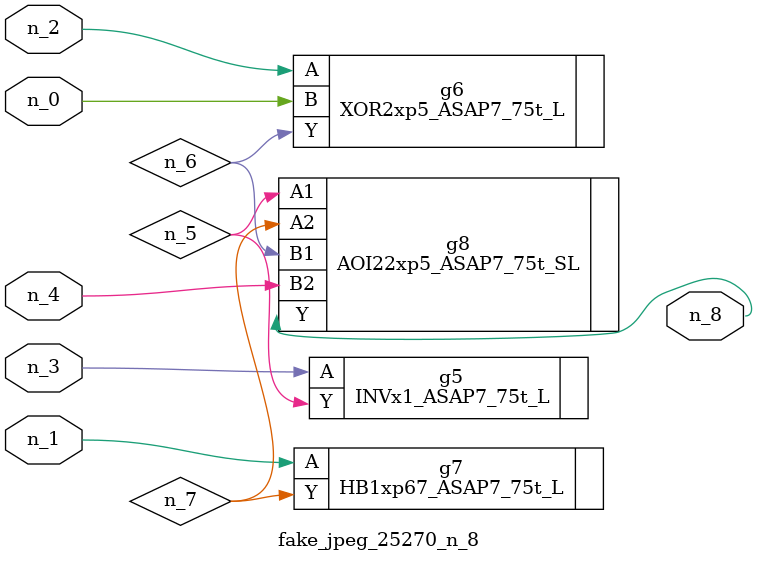
<source format=v>
module fake_jpeg_25270_n_8 (n_3, n_2, n_1, n_0, n_4, n_8);

input n_3;
input n_2;
input n_1;
input n_0;
input n_4;

output n_8;

wire n_6;
wire n_5;
wire n_7;

INVx1_ASAP7_75t_L g5 ( 
.A(n_3),
.Y(n_5)
);

XOR2xp5_ASAP7_75t_L g6 ( 
.A(n_2),
.B(n_0),
.Y(n_6)
);

HB1xp67_ASAP7_75t_L g7 ( 
.A(n_1),
.Y(n_7)
);

AOI22xp5_ASAP7_75t_SL g8 ( 
.A1(n_5),
.A2(n_7),
.B1(n_6),
.B2(n_4),
.Y(n_8)
);


endmodule
</source>
